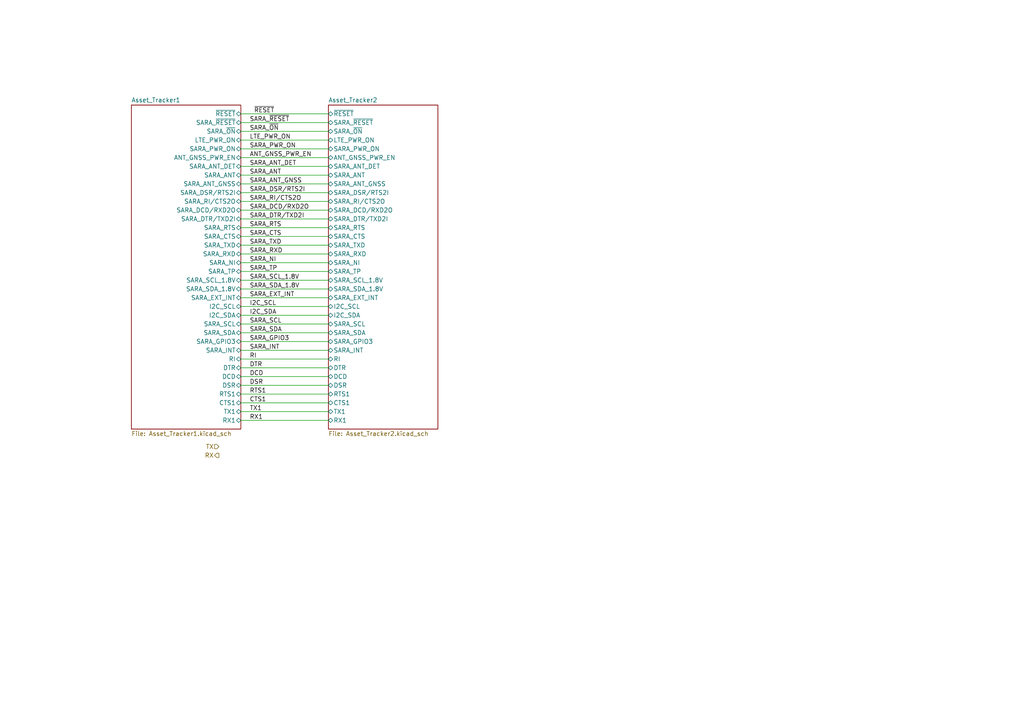
<source format=kicad_sch>
(kicad_sch (version 20211123) (generator eeschema)
  (paper "A4")
  (lib_symbols)
  (wire (pts (xy 69.85 99.06) (xy 95.25 99.06)))
  (wire (pts (xy 69.85 116.84) (xy 95.25 116.84)))
  (wire (pts (xy 69.85 76.2) (xy 95.25 76.2)))
  (wire (pts (xy 69.85 101.6) (xy 95.25 101.6)))
  (wire (pts (xy 69.85 43.18) (xy 95.25 43.18)))
  (wire (pts (xy 69.85 68.58) (xy 95.25 68.58)))
  (wire (pts (xy 69.85 93.98) (xy 95.25 93.98)))
  (wire (pts (xy 69.85 91.44) (xy 95.25 91.44)))
  (wire (pts (xy 69.85 45.72) (xy 95.25 45.72)))
  (wire (pts (xy 69.85 35.56) (xy 95.25 35.56)))
  (wire (pts (xy 69.85 40.64) (xy 95.25 40.64)))
  (wire (pts (xy 69.85 63.5) (xy 95.25 63.5)))
  (wire (pts (xy 69.85 55.88) (xy 95.25 55.88)))
  (wire (pts (xy 69.85 96.52) (xy 95.25 96.52)))
  (wire (pts (xy 69.85 53.34) (xy 95.25 53.34)))
  (wire (pts (xy 69.85 48.26) (xy 95.25 48.26)))
  (wire (pts (xy 69.85 50.8) (xy 95.25 50.8)))
  (wire (pts (xy 69.85 71.12) (xy 95.25 71.12)))
  (wire (pts (xy 69.85 66.04) (xy 95.25 66.04)))
  (wire (pts (xy 69.85 86.36) (xy 95.25 86.36)))
  (wire (pts (xy 69.85 38.1) (xy 95.25 38.1)))
  (wire (pts (xy 69.85 121.92) (xy 95.25 121.92)))
  (wire (pts (xy 69.85 109.22) (xy 95.25 109.22)))
  (wire (pts (xy 69.85 60.96) (xy 95.25 60.96)))
  (wire (pts (xy 69.85 73.66) (xy 95.25 73.66)))
  (wire (pts (xy 69.85 114.3) (xy 95.25 114.3)))
  (wire (pts (xy 69.85 104.14) (xy 95.25 104.14)))
  (wire (pts (xy 69.85 88.9) (xy 95.25 88.9)))
  (wire (pts (xy 69.85 33.02) (xy 95.25 33.02)))
  (wire (pts (xy 69.85 81.28) (xy 95.25 81.28)))
  (wire (pts (xy 69.85 58.42) (xy 95.25 58.42)))
  (wire (pts (xy 69.85 111.76) (xy 95.25 111.76)))
  (wire (pts (xy 69.85 106.68) (xy 95.25 106.68)))
  (wire (pts (xy 69.85 78.74) (xy 95.25 78.74)))
  (wire (pts (xy 69.85 119.38) (xy 95.25 119.38)))
  (wire (pts (xy 69.85 83.82) (xy 95.25 83.82)))
  (label "LTE_PWR_ON" (at 72.39 40.64 0))
  (label "SARA_~{RESET}" (at 72.39 35.56 0))
  (label "SARA_RI{slash}CTS2O" (at 72.39 58.42 0))
  (label "~{RESET}" (at 73.66 33.02 0))
  (label "SARA_RTS" (at 72.39 66.04 0))
  (label "TX1" (at 72.39 119.38 0))
  (label "DSR" (at 72.39 111.76 0))
  (label "SARA_CTS" (at 72.39 68.58 0))
  (label "I2C_SCL" (at 72.39 88.9 0))
  (label "SARA_RXD" (at 72.39 73.66 0))
  (label "SARA_EXT_INT" (at 72.39 86.36 0))
  (label "SARA_ANT_GNSS" (at 72.39 53.34 0))
  (label "SARA_GPIO3" (at 72.39 99.06 0))
  (label "SARA_ANT_DET" (at 72.39 48.26 0))
  (label "SARA_ANT" (at 72.39 50.8 0))
  (label "CTS1" (at 72.39 116.84 0))
  (label "SARA_DTR{slash}TXD2I" (at 72.39 63.5 0))
  (label "SARA_SCL" (at 72.39 93.98 0))
  (label "SARA_SDA" (at 72.39 96.52 0))
  (label "SARA_PWR_ON" (at 72.39 43.18 0))
  (label "DCD" (at 72.39 109.22 0))
  (label "SARA_INT" (at 72.39 101.6 0))
  (label "ANT_GNSS_PWR_EN" (at 72.39 45.72 0))
  (label "I2C_SDA" (at 72.39 91.44 0))
  (label "SARA_TP" (at 72.39 78.74 0))
  (label "RTS1" (at 72.39 114.3 0))
  (label "DTR" (at 72.39 106.68 0))
  (label "SARA_SCL_1.8V" (at 72.39 81.28 0))
  (label "SARA_DSR{slash}RTS2I" (at 72.39 55.88 0))
  (label "RX1" (at 72.39 121.92 0))
  (label "RI" (at 72.39 104.14 0))
  (label "SARA_~{ON}" (at 72.39 38.1 0))
  (label "SARA_SDA_1.8V" (at 72.39 83.82 0))
  (label "SARA_NI" (at 72.39 76.2 0))
  (label "SARA_TXD" (at 72.39 71.12 0))
  (label "SARA_DCD{slash}RXD2O" (at 72.39 60.96 0))
  (hierarchical_label "RX" (shape output) (at 63.5 132.08 180))
  (hierarchical_label "TX" (shape input) (at 63.5 129.54 180))
  (sheet (at 38.1 30.48) (size 31.75 93.98)
    (property "Sheet name" "Asset_Tracker1" (at 38.1 29.7684 0) (effects (justify left bottom)))
    (property "Sheet file" "Asset_Tracker1.kicad_sch" (at 38.1 125.0446 0) (effects (justify left top)))
    (pin "SARA_TXD" bidirectional (at 69.85 71.12 0))
    (pin "SARA_ANT" bidirectional (at 69.85 50.8 0))
    (pin "SARA_DSR{slash}RTS2I" bidirectional (at 69.85 55.88 0))
    (pin "SARA_DCD{slash}RXD2O" bidirectional (at 69.85 60.96 0))
    (pin "SARA_RTS" bidirectional (at 69.85 66.04 0))
    (pin "SARA_NI" bidirectional (at 69.85 76.2 0))
    (pin "SARA_~{RESET}" bidirectional (at 69.85 35.56 0))
    (pin "ANT_GNSS_PWR_EN" bidirectional (at 69.85 45.72 0))
    (pin "SARA_EXT_INT" bidirectional (at 69.85 86.36 0))
    (pin "I2C_SDA" bidirectional (at 69.85 91.44 0))
    (pin "SARA_SDA" bidirectional (at 69.85 96.52 0))
    (pin "SARA_INT" bidirectional (at 69.85 101.6 0))
    (pin "LTE_PWR_ON" bidirectional (at 69.85 40.64 0))
    (pin "RX1" bidirectional (at 69.85 121.92 0))
    (pin "DSR" bidirectional (at 69.85 111.76 0))
    (pin "CTS1" bidirectional (at 69.85 116.84 0))
    (pin "DTR" bidirectional (at 69.85 106.68 0))
    (pin "TX1" bidirectional (at 69.85 119.38 0))
    (pin "RTS1" bidirectional (at 69.85 114.3 0))
    (pin "DCD" bidirectional (at 69.85 109.22 0))
    (pin "RI" bidirectional (at 69.85 104.14 0))
    (pin "SARA_GPIO3" bidirectional (at 69.85 99.06 0))
    (pin "SARA_SCL" bidirectional (at 69.85 93.98 0))
    (pin "I2C_SCL" bidirectional (at 69.85 88.9 0))
    (pin "SARA_SDA_1.8V" bidirectional (at 69.85 83.82 0))
    (pin "SARA_SCL_1.8V" bidirectional (at 69.85 81.28 0))
    (pin "SARA_TP" bidirectional (at 69.85 78.74 0))
    (pin "SARA_CTS" bidirectional (at 69.85 68.58 0))
    (pin "SARA_DTR{slash}TXD2I" bidirectional (at 69.85 63.5 0))
    (pin "SARA_RI{slash}CTS2O" bidirectional (at 69.85 58.42 0))
    (pin "SARA_RXD" bidirectional (at 69.85 73.66 0))
    (pin "SARA_ANT_GNSS" bidirectional (at 69.85 53.34 0))
    (pin "SARA_ANT_DET" bidirectional (at 69.85 48.26 0))
    (pin "SARA_PWR_ON" bidirectional (at 69.85 43.18 0))
    (pin "SARA_~{ON}" bidirectional (at 69.85 38.1 0))
    (pin "~{RESET}" bidirectional (at 69.85 33.02 0))
  )
  (sheet (at 95.25 30.48) (size 31.75 93.98)
    (property "Sheet name" "Asset_Tracker2" (at 95.25 29.7684 0) (effects (justify left bottom)))
    (property "Sheet file" "Asset_Tracker2.kicad_sch" (at 95.25 125.0446 0) (effects (justify left top)))
    (pin "SARA_NI" bidirectional (at 95.25 76.2 180))
    (pin "ANT_GNSS_PWR_EN" bidirectional (at 95.25 45.72 180))
    (pin "I2C_SDA" bidirectional (at 95.25 91.44 180))
    (pin "SARA_ANT" bidirectional (at 95.25 50.8 180))
    (pin "SARA_TXD" bidirectional (at 95.25 71.12 180))
    (pin "SARA_RTS" bidirectional (at 95.25 66.04 180))
    (pin "SARA_DCD{slash}RXD2O" bidirectional (at 95.25 60.96 180))
    (pin "SARA_DSR{slash}RTS2I" bidirectional (at 95.25 55.88 180))
    (pin "DTR" bidirectional (at 95.25 106.68 180))
    (pin "DSR" bidirectional (at 95.25 111.76 180))
    (pin "RX1" bidirectional (at 95.25 121.92 180))
    (pin "CTS1" bidirectional (at 95.25 116.84 180))
    (pin "LTE_PWR_ON" bidirectional (at 95.25 40.64 180))
    (pin "SARA_SCL_1.8V" bidirectional (at 95.25 81.28 180))
    (pin "SARA_EXT_INT" bidirectional (at 95.25 86.36 180))
    (pin "SARA_INT" bidirectional (at 95.25 101.6 180))
    (pin "SARA_~{RESET}" bidirectional (at 95.25 35.56 180))
    (pin "SARA_SDA" bidirectional (at 95.25 96.52 180))
    (pin "TX1" bidirectional (at 95.25 119.38 180))
    (pin "RTS1" bidirectional (at 95.25 114.3 180))
    (pin "DCD" bidirectional (at 95.25 109.22 180))
    (pin "SARA_GPIO3" bidirectional (at 95.25 99.06 180))
    (pin "RI" bidirectional (at 95.25 104.14 180))
    (pin "SARA_SCL" bidirectional (at 95.25 93.98 180))
    (pin "I2C_SCL" bidirectional (at 95.25 88.9 180))
    (pin "SARA_SDA_1.8V" bidirectional (at 95.25 83.82 180))
    (pin "SARA_TP" bidirectional (at 95.25 78.74 180))
    (pin "SARA_RXD" bidirectional (at 95.25 73.66 180))
    (pin "SARA_CTS" bidirectional (at 95.25 68.58 180))
    (pin "SARA_DTR{slash}TXD2I" bidirectional (at 95.25 63.5 180))
    (pin "SARA_RI{slash}CTS2O" bidirectional (at 95.25 58.42 180))
    (pin "SARA_ANT_GNSS" bidirectional (at 95.25 53.34 180))
    (pin "SARA_ANT_DET" bidirectional (at 95.25 48.26 180))
    (pin "SARA_PWR_ON" bidirectional (at 95.25 43.18 180))
    (pin "SARA_~{ON}" bidirectional (at 95.25 38.1 180))
    (pin "~{RESET}" bidirectional (at 95.25 33.02 180))
  )
)
</source>
